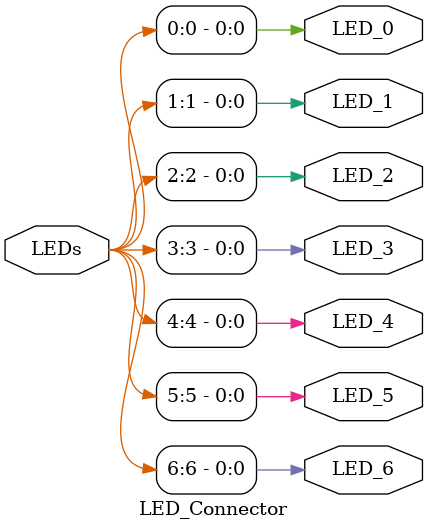
<source format=v>
module LED_Connector(
	input [6:0]LEDs,
	output wire LED_6,
	output wire LED_5,
	output wire LED_4,
	output wire LED_3,
	output wire LED_2,
	output wire LED_1,
	output wire LED_0

);

assign LED_6 = LEDs[6];
assign LED_5 = LEDs[5];
assign LED_4 = LEDs[4];
assign LED_3 = LEDs[3];
assign LED_2 = LEDs[2];
assign LED_1 = LEDs[1];
assign LED_0 = LEDs[0];



endmodule
</source>
